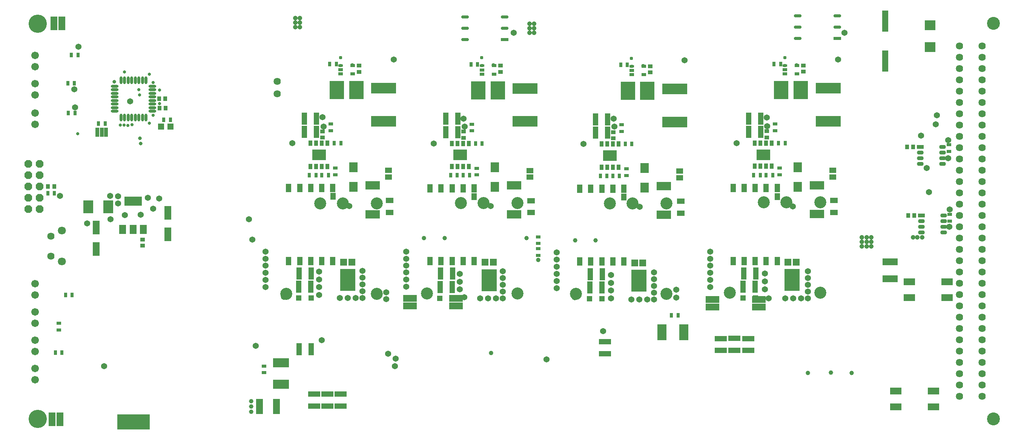
<source format=gbr>
%FSTAX23Y23*%
%MOIN*%
%SFA1B1*%

%IPPOS*%
%AMD142*
4,1,8,-0.033000,0.016500,-0.033000,-0.016500,-0.016500,-0.033000,0.016500,-0.033000,0.033000,-0.016500,0.033000,0.016500,0.016500,0.033000,-0.016500,0.033000,-0.033000,0.016500,0.0*
%
%ADD94R,0.288188X0.134252*%
%ADD95R,0.064000X0.122110*%
%ADD96R,0.122110X0.064000*%
%ADD97C,0.106362*%
%ADD98R,0.059118X0.133921*%
%ADD99R,0.133921X0.059118*%
%ADD100R,0.047307X0.106362*%
%ADD101R,0.039433X0.035496*%
%ADD102O,0.043370X0.025653*%
%ADD103R,0.043370X0.025653*%
%ADD104R,0.031559X0.039433*%
%ADD105R,0.059118X0.047307*%
%ADD106R,0.129984X0.074866*%
%ADD107R,0.136283X0.195338*%
%ADD108R,0.058724X0.059118*%
%ADD109R,0.039433X0.031559*%
%ADD110R,0.051244X0.051244*%
%ADD111R,0.050063X0.078016*%
%ADD112R,0.070929X0.047307*%
%ADD113R,0.074866X0.086677*%
%ADD114R,0.034000X0.049000*%
%ADD115R,0.122000X0.093000*%
%ADD116O,0.068960X0.025653*%
%ADD117O,0.025653X0.068960*%
%ADD118R,0.068960X0.029590*%
%ADD119O,0.068960X0.029590*%
%ADD120R,0.153606X0.082740*%
%ADD121R,0.063055X0.082740*%
%ADD122R,0.060000X0.123000*%
%ADD123R,0.059118X0.035496*%
%ADD124O,0.059118X0.035496*%
%ADD125R,0.035496X0.039433*%
%ADD126R,0.032000X0.083000*%
%ADD127R,0.052000X0.052000*%
%ADD128R,0.055181X0.191007*%
%ADD129R,0.106362X0.047307*%
%ADD130R,0.141795X0.082740*%
%ADD131R,0.089000X0.111992*%
%ADD132R,0.082740X0.141795*%
%ADD133R,0.102425X0.063055*%
%ADD134R,0.224472X0.094551*%
%ADD135R,0.126047X0.161480*%
%ADD136R,0.092976X0.089039*%
%ADD137R,0.051244X0.064000*%
%ADD138C,0.161480*%
%ADD139C,0.064000*%
%ADD140C,0.114236*%
%ADD141C,0.064000*%
G04~CAMADD=142~4~0.0~0.0~660.0~660.0~0.0~165.0~0~0.0~0.0~0.0~0.0~0~0.0~0.0~0.0~0.0~0~0.0~0.0~0.0~90.0~660.0~660.0*
%ADD142D142*%
%ADD143C,0.066992*%
%ADD144C,0.070929*%
%ADD145C,0.039433*%
%ADD146C,0.054000*%
%ADD147C,0.034000*%
%ADD148C,0.030457*%
%ADD149C,0.029000*%
%ADD150C,0.031559*%
%ADD151C,0.041401*%
%LNlv1_soldermask_top-1*%
%LPD*%
G54D94*
X0185Y00586D03*
G54D95*
X012Y0061D03*
X01131D03*
X01149Y04112D03*
X01218D03*
G54D96*
X047Y01612D03*
X04295Y01614D03*
Y01681D03*
X07377Y01602D03*
X047Y01681D03*
X07377Y01669D03*
X06968Y01602D03*
Y01669D03*
G54D97*
X05244Y01723D03*
Y02523D03*
X04944D03*
X04744D03*
X04444Y01723D03*
X032Y0172D03*
X035Y0252D03*
X037D03*
X04D03*
Y0172D03*
X06562D03*
Y0252D03*
X06262D03*
X06062D03*
X05762Y0172D03*
X07921Y01728D03*
Y02528D03*
X07621D03*
X07421D03*
X07121Y01728D03*
G54D98*
X02964Y00724D03*
X03114D03*
G54D99*
X08539Y01853D03*
Y02002D03*
G54D100*
X07289Y0327D03*
X07396D03*
X07239Y01783D03*
X07346D03*
X07244Y019D03*
X0735D03*
X07396Y03153D03*
X07289D03*
X05934Y03264D03*
X0604D03*
X05884Y01776D03*
X0599D03*
X05888Y01894D03*
X05994D03*
X0604Y03146D03*
X05934D03*
X04611Y03269D03*
X04717D03*
X04561Y01781D03*
X04667D03*
X04565Y01899D03*
X04671D03*
X04717Y03151D03*
X04611D03*
X03468Y03152D03*
X03362D03*
X03316Y019D03*
X03423D03*
X03312Y01782D03*
X03418D03*
X03316Y01231D03*
X03422D03*
X03362Y0327D03*
X03468D03*
G54D101*
X07773Y0374D03*
Y03685D03*
X07447Y03158D03*
Y03103D03*
X06417Y03734D03*
Y03679D03*
X06091Y03151D03*
Y03096D03*
X05094Y03739D03*
Y03684D03*
X04768Y03156D03*
Y03101D03*
X01932Y022D03*
Y02145D03*
X0352Y03157D03*
Y03102D03*
X03845Y0374D03*
Y03684D03*
G54D102*
X07609Y0374D03*
X06254Y03734D03*
X04931Y03739D03*
X03682Y03739D03*
G54D103*
X07609Y03703D03*
Y03665D03*
X07716Y0374D03*
Y03665D03*
X06254Y03696D03*
Y03659D03*
X0636Y03734D03*
Y03659D03*
X04931Y03701D03*
Y03664D03*
X05037Y03739D03*
Y03664D03*
X03682Y03702D03*
Y03665D03*
X03788Y03739D03*
Y03665D03*
G54D104*
X07333Y0277D03*
X07392D03*
X07572Y03753D03*
X07513D03*
X07553Y03053D03*
X07612D03*
X07443Y0277D03*
X07502D03*
X05977Y02763D03*
X06036D03*
X06216Y03746D03*
X06157D03*
X06197Y03046D03*
X06256D03*
X06087Y02763D03*
X06146D03*
X04654Y02768D03*
X04713D03*
X04893Y03751D03*
X04834D03*
X04874Y03051D03*
X04933D03*
X04764Y02768D03*
X04823D03*
X02118Y03261D03*
X02177D03*
X01362Y03832D03*
X01303D03*
X0154Y03227D03*
X016D03*
X03515Y02769D03*
X03575D03*
X03625Y03052D03*
X03685D03*
X03645Y03752D03*
X03585D03*
X03405Y02769D03*
X03465D03*
X01153Y02611D03*
X01094D03*
X01219Y012D03*
X0116D03*
X01309Y0171D03*
X0125D03*
X01329Y03582D03*
X0127D03*
X01334Y03318D03*
X01275D03*
X06605Y01531D03*
X06664D03*
G54D105*
X08033Y02753D03*
Y02812D03*
X06677Y02747D03*
Y02806D03*
X05354Y02752D03*
Y02811D03*
X04105Y02752D03*
Y02812D03*
G54D106*
X07893Y02681D03*
Y02425D03*
X06537Y02674D03*
Y02418D03*
X05214Y02679D03*
Y02423D03*
X03965Y0268D03*
Y02424D03*
G54D107*
X07673Y01843D03*
X06317Y01836D03*
X04994Y01841D03*
X03745Y01842D03*
G54D108*
X07709Y02D03*
X07636D03*
X06353Y01993D03*
X0628D03*
X0503Y01998D03*
X04958D03*
X03781Y01999D03*
X03709D03*
G54D109*
X07563Y02832D03*
Y02773D03*
X07522Y03223D03*
Y03164D03*
X06207Y02826D03*
Y02767D03*
X06166Y03216D03*
Y03157D03*
X04884Y02831D03*
Y02772D03*
X04843Y03221D03*
Y03162D03*
X09059Y0298D03*
Y03039D03*
X09065Y02422D03*
Y02362D03*
X03595Y03222D03*
Y03163D03*
X03635Y02832D03*
Y02772D03*
X03006Y01081D03*
Y01022D03*
X0119Y014D03*
Y01459D03*
X05429Y02118D03*
Y02059D03*
X05428Y02224D03*
Y02165D03*
G54D110*
X07348Y01683D03*
X07237D03*
X05992Y01676D03*
X05882D03*
X04669Y01681D03*
X04559D03*
X0342Y01682D03*
X0331D03*
G54D111*
X0715Y02655D03*
X07248D03*
X07346D03*
X07443D03*
X07541D03*
X0715Y02011D03*
X07248D03*
X07346D03*
X07443D03*
X07541D03*
X05795Y02649D03*
X05892D03*
X0599D03*
X06087D03*
X06185D03*
X05795Y02005D03*
X05892D03*
X0599D03*
X06087D03*
X06185D03*
X04472Y02654D03*
X04569D03*
X04667D03*
X04765D03*
X04862D03*
X04472Y0201D03*
X04569D03*
X04667D03*
X04765D03*
X04862D03*
X03223Y02655D03*
X03321D03*
X03418D03*
X03516D03*
X03613D03*
X03223Y0201D03*
X03321D03*
X03418D03*
X03516D03*
X03613D03*
G54D112*
X08043Y0244D03*
Y02546D03*
X06687Y02433D03*
Y02539D03*
X05364Y02438D03*
Y02544D03*
X04115Y02439D03*
Y02545D03*
G54D113*
X07723Y02839D03*
Y02666D03*
X06367Y02833D03*
Y0266D03*
X05044Y02838D03*
Y02665D03*
X03795Y02839D03*
Y02665D03*
G54D114*
X07493Y03053D03*
X07443D03*
X07393D03*
X07343D03*
X07493Y02848D03*
X07443D03*
X07393D03*
X07343D03*
X06137Y03046D03*
X06087D03*
X06037D03*
X05987D03*
X06137Y02841D03*
X06087D03*
X06037D03*
X05987D03*
X04814Y03051D03*
X04764D03*
X04714D03*
X04664D03*
X04814Y02846D03*
X04764D03*
X04714D03*
X04664D03*
X03565Y03052D03*
X03515D03*
X03465D03*
X03415D03*
X03565Y02847D03*
X03515D03*
X03465D03*
X03415D03*
G54D115*
X07418Y0295D03*
X06062Y02944D03*
X04739Y02949D03*
X0349Y0295D03*
G54D116*
X01686Y03556D03*
Y03525D03*
Y03493D03*
Y03462D03*
Y0343D03*
Y03399D03*
Y03367D03*
Y03336D03*
X02017D03*
Y03367D03*
Y03399D03*
Y0343D03*
Y03462D03*
Y03493D03*
Y03525D03*
Y03556D03*
G54D117*
X01741Y03281D03*
X01773D03*
X01804D03*
X01836D03*
X01867D03*
X01899D03*
X0193D03*
X01962D03*
Y03611D03*
X0193D03*
X01899D03*
X01867D03*
X01836D03*
X01804D03*
X01773D03*
X01741D03*
G54D118*
X08073Y03981D03*
X05133Y03969D03*
G54D119*
X08073Y04081D03*
Y04181D03*
X07722Y03981D03*
Y04081D03*
Y04181D03*
X05133Y04069D03*
Y04169D03*
X04782Y03969D03*
Y04069D03*
Y04169D03*
G54D120*
X01847Y02539D03*
G54D121*
X01937Y02291D03*
X01847D03*
X01756D03*
G54D122*
X02154Y02435D03*
Y02245D03*
X0152Y02305D03*
Y02115D03*
G54D123*
X08804Y03021D03*
X08815Y02412D03*
G54D124*
X08804Y02971D03*
Y02921D03*
Y02871D03*
X09001Y03021D03*
Y02971D03*
Y02921D03*
Y02871D03*
X08815Y02362D03*
Y02312D03*
Y02262D03*
X09012Y02412D03*
Y02362D03*
Y02312D03*
Y02262D03*
G54D125*
X08753Y02412D03*
X08697D03*
X08742Y03021D03*
X08687D03*
X02081Y03364D03*
X02136D03*
X02133Y03445D03*
X02078D03*
X01096Y02671D03*
X01151D03*
G54D126*
X01609Y03149D03*
X0157D03*
X0153D03*
G54D127*
X02178Y03198D03*
X02095D03*
G54D128*
X08496Y04133D03*
Y03781D03*
G54D129*
X03448Y00727D03*
Y00833D03*
X03565Y00726D03*
Y00832D03*
X03683Y00726D03*
Y00833D03*
X06018Y01188D03*
Y01295D03*
X07043Y01218D03*
Y01324D03*
X07161Y01218D03*
Y01325D03*
X07284Y01218D03*
Y01324D03*
G54D130*
X03154Y01111D03*
Y00918D03*
G54D131*
X01627Y0249D03*
X01452D03*
G54D132*
X06714Y01381D03*
X06521D03*
G54D133*
X08709Y01825D03*
X09043Y01687D03*
Y01825D03*
X08709Y01687D03*
X08587Y00859D03*
X08921Y00721D03*
Y00859D03*
X08587Y00721D03*
G54D134*
X06635Y0324D03*
Y03532D03*
X07991Y03247D03*
Y03538D03*
X05312Y03246D03*
Y03537D03*
X04063Y03246D03*
Y03538D03*
G54D135*
X06393Y03516D03*
X0622D03*
X07749Y03523D03*
X07576D03*
X0507Y03521D03*
X04897D03*
X03822Y03522D03*
X03648D03*
G54D136*
X0889Y03903D03*
Y04096D03*
G54D137*
X04862Y0258D03*
X03614Y02582D03*
X06185Y02576D03*
X07541Y0258D03*
G54D138*
X01006Y00612D03*
Y04111D03*
G54D139*
X0312Y036D03*
Y0349D03*
G54D140*
X0945Y00612D03*
Y04112D03*
G54D141*
X0915Y00812D03*
Y00912D03*
Y01012D03*
Y01112D03*
Y01212D03*
Y01312D03*
Y01412D03*
Y01512D03*
Y01612D03*
Y01712D03*
Y01812D03*
Y01912D03*
Y02012D03*
Y02112D03*
Y02212D03*
Y02312D03*
Y02412D03*
Y02512D03*
Y02612D03*
Y02712D03*
Y02812D03*
Y02912D03*
Y03012D03*
Y03112D03*
Y03212D03*
Y03312D03*
Y03412D03*
Y03512D03*
Y03612D03*
Y03712D03*
Y03812D03*
Y03912D03*
X0935Y00812D03*
Y00912D03*
Y01012D03*
Y01112D03*
Y01212D03*
Y01312D03*
Y01412D03*
Y01512D03*
Y01612D03*
Y01712D03*
Y01812D03*
Y01912D03*
Y02012D03*
Y02112D03*
Y02212D03*
Y02312D03*
Y02412D03*
Y02512D03*
Y02612D03*
Y02712D03*
Y02812D03*
Y02912D03*
Y03012D03*
Y03112D03*
Y03212D03*
Y03312D03*
Y03412D03*
Y03512D03*
Y03612D03*
Y03712D03*
Y03812D03*
Y03912D03*
X0112Y02231D03*
Y02054D03*
G54D142*
X0102Y0247D03*
X0092D03*
X0102Y0257D03*
X0092D03*
X0102Y0267D03*
X0092D03*
Y0277D03*
X0102D03*
Y0287D03*
X0092D03*
G54D143*
X00981Y0096D03*
Y0106D03*
Y0121D03*
Y0131D03*
Y0146D03*
Y0156D03*
Y0171D03*
Y0181D03*
Y0348D03*
Y0358D03*
Y0322D03*
Y0332D03*
Y0383D03*
Y0373D03*
G54D144*
X01219Y02005D03*
Y02281D03*
G54D145*
X02892Y00677D03*
X02891Y00724D03*
X02891Y00771D03*
X07812Y01019D03*
X08015Y01023D03*
X08199Y01021D03*
X05325Y02214D03*
X05011Y01195D03*
X05935Y02192D03*
X05756Y02194D03*
X05429Y02021D03*
X046Y02212D03*
X04418Y02214D03*
G54D146*
X05056Y0168D03*
X05116Y0186D03*
Y0192D03*
X04736Y01897D03*
X04775Y01688D03*
X04916Y0168D03*
X04986D03*
X05116Y018D03*
Y0174D03*
Y0168D03*
X08077Y03793D03*
X07183Y03053D03*
X06721Y03787D03*
X05827Y03046D03*
X04504Y03051D03*
X01715Y0252D03*
X02026Y02473D03*
X01914Y02418D03*
X01775Y02415D03*
X01648Y02381D03*
X01646Y02585D03*
X0182Y03423D03*
X02079Y02563D03*
X01202Y02586D03*
X01714Y02584D03*
X01366Y03905D03*
X0144Y02343D03*
X01978Y02568D03*
X0353Y032D03*
X0287Y0238D03*
X029Y022D03*
X03255Y03052D03*
X0415Y03793D03*
X041Y0119D03*
X0293Y0126D03*
X055Y0114D03*
X0416Y0108D03*
X0159D03*
X09062Y02312D03*
X09065Y02465D03*
X0905Y0292D03*
Y0308D03*
X0888Y0262D03*
X0894Y03219D03*
X0881Y03119D03*
X0895Y033D03*
X01334Y0337D03*
X01329Y0353D03*
X05212Y04029D03*
X08136D03*
X04736Y01759D03*
Y01826D03*
X03759Y02496D03*
X04169Y01145D03*
X03515Y0131D03*
X04086Y01732D03*
Y01673D03*
X03181Y01692D03*
X03875Y01683D03*
Y01743D03*
Y01803D03*
X03745Y01683D03*
X03675D03*
X03875Y01923D03*
Y01863D03*
X03815Y01683D03*
X03492Y01846D03*
Y01779D03*
Y01708D03*
Y01917D03*
X05008Y02495D03*
X04778Y03199D03*
X06101D03*
X07452Y03203D03*
X04263Y02094D03*
Y02031D03*
Y01968D03*
Y01909D03*
Y01846D03*
Y01783D03*
X03019Y02094D03*
Y02031D03*
Y01968D03*
Y01905D03*
Y01842D03*
Y01779D03*
X0559Y01771D03*
Y01834D03*
Y01897D03*
Y0196D03*
Y02023D03*
Y02086D03*
X06948Y02094D03*
Y02031D03*
Y01968D03*
Y01905D03*
Y01842D03*
Y01779D03*
X06326Y02488D03*
X07677Y02492D03*
X06072Y01816D03*
Y01749D03*
X06452Y01669D03*
Y01729D03*
Y01789D03*
X06322Y01669D03*
X06252D03*
X06072Y01678D03*
Y01887D03*
X06452Y01909D03*
Y01849D03*
X06392Y01669D03*
X07751Y01681D03*
X07811Y01861D03*
Y01921D03*
X07431Y01898D03*
X07464Y01681D03*
X07611Y01681D03*
X07681D03*
X07811Y01801D03*
Y01741D03*
Y01681D03*
X07431Y01761D03*
Y01828D03*
X06003Y01389D03*
X06649Y01755D03*
Y01685D03*
X05751Y01688D03*
X03523Y03283D03*
X04767Y03271D03*
X06094D03*
X07448Y03279D03*
X08862Y02832D03*
G54D147*
X07711Y03743D03*
X06355Y03737D03*
X05032Y03742D03*
X03784Y03743D03*
G54D148*
X07607Y0381D03*
X06251Y03804D03*
X04928Y03809D03*
X0368Y0381D03*
G54D149*
X01358Y03137D03*
X02082Y03404D03*
X0208Y03524D03*
X02025Y03588D03*
X01773Y03684D03*
X01991Y03664D03*
X02026Y03299D03*
X01992Y03229D03*
X01801Y03209D03*
X01768Y03212D03*
X01734Y03214D03*
X01837Y03216D03*
X01899Y03525D03*
X01906Y03481D03*
G54D150*
X01682Y03595D03*
X01914Y03051D03*
X01907Y03095D03*
G54D151*
X08289Y0222D03*
Y0218D03*
X08289Y02139D03*
X0833Y0222D03*
Y0218D03*
X0833Y02139D03*
X0837D03*
X0837Y0218D03*
Y0222D03*
X0882D03*
X08779D03*
X0874D03*
X0535Y0403D03*
Y0411D03*
Y0407D03*
X0539Y0411D03*
Y0407D03*
Y0403D03*
X0332Y0416D03*
Y0412D03*
Y0408D03*
X0328D03*
Y0412D03*
Y0416D03*
M02*
</source>
